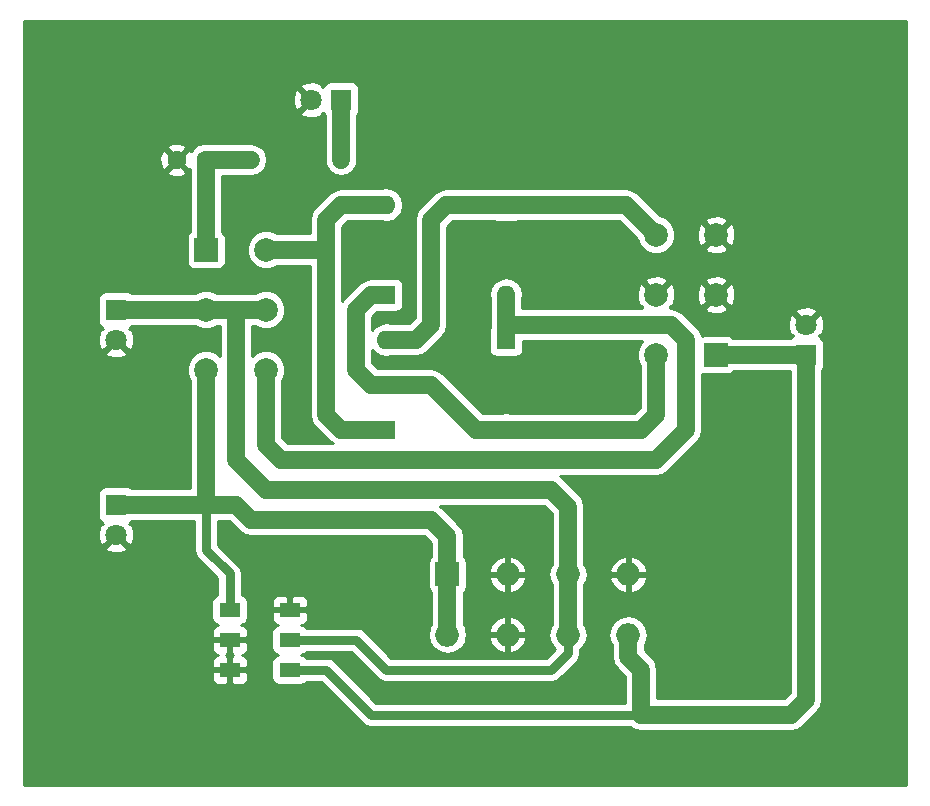
<source format=gbr>
G04 #@! TF.FileFunction,Copper,L2,Bot,Signal*
%FSLAX46Y46*%
G04 Gerber Fmt 4.6, Leading zero omitted, Abs format (unit mm)*
G04 Created by KiCad (PCBNEW 4.0.7) date 02/25/18 20:53:57*
%MOMM*%
%LPD*%
G01*
G04 APERTURE LIST*
%ADD10C,0.100000*%
%ADD11R,2.000000X2.000000*%
%ADD12O,2.000000X2.000000*%
%ADD13C,1.600000*%
%ADD14R,1.600000X1.600000*%
%ADD15O,1.600000X1.600000*%
%ADD16R,1.800000X1.800000*%
%ADD17C,1.800000*%
%ADD18C,1.400000*%
%ADD19O,1.400000X1.400000*%
%ADD20C,2.000000*%
%ADD21R,1.800000X1.270000*%
%ADD22C,1.500000*%
%ADD23C,0.800000*%
%ADD24C,0.254000*%
G04 APERTURE END LIST*
D10*
D11*
X136010000Y-77010000D03*
D12*
X141110000Y-77010000D03*
X146210000Y-77010000D03*
X151310000Y-77010000D03*
X136010000Y-82110000D03*
X141110000Y-82110000D03*
X146210000Y-82110000D03*
X151310000Y-82110000D03*
D13*
X115570000Y-41910000D03*
X113070000Y-41910000D03*
D14*
X130810000Y-53340000D03*
D15*
X130810000Y-45720000D03*
D14*
X140970000Y-57150000D03*
D15*
X140970000Y-64770000D03*
D14*
X130810000Y-64770000D03*
D15*
X130810000Y-57150000D03*
D14*
X140970000Y-45720000D03*
D15*
X140970000Y-53340000D03*
D16*
X107950000Y-54610000D03*
D17*
X107950000Y-57150000D03*
D16*
X107950000Y-71120000D03*
D17*
X107950000Y-73660000D03*
D16*
X127000000Y-36830000D03*
D17*
X124460000Y-36830000D03*
D16*
X166370000Y-58420000D03*
D17*
X166370000Y-55880000D03*
D18*
X127000000Y-41910000D03*
D19*
X119380000Y-41910000D03*
D11*
X115570000Y-49530000D03*
D20*
X120650000Y-49530000D03*
X115570000Y-54610000D03*
X120650000Y-59690000D03*
X120650000Y-54610000D03*
X115570000Y-59690000D03*
D11*
X158750000Y-58420000D03*
D20*
X153670000Y-58420000D03*
X158750000Y-53340000D03*
X153670000Y-48260000D03*
X153670000Y-53340000D03*
X158750000Y-48260000D03*
D21*
X117570000Y-80010000D03*
X117570000Y-82550000D03*
X117570000Y-85090000D03*
X122650000Y-85090000D03*
X122650000Y-82550000D03*
X122650000Y-80010000D03*
D22*
X115570000Y-41910000D02*
X115570000Y-49530000D01*
X119380000Y-41910000D02*
X115570000Y-41910000D01*
X130810000Y-53340000D02*
X129540000Y-53340000D01*
X138430000Y-64770000D02*
X140970000Y-64770000D01*
X134620000Y-60960000D02*
X138430000Y-64770000D01*
X129540000Y-60960000D02*
X134620000Y-60960000D01*
X128270000Y-59690000D02*
X129540000Y-60960000D01*
X128270000Y-54610000D02*
X128270000Y-59690000D01*
X129540000Y-53340000D02*
X128270000Y-54610000D01*
X153670000Y-58420000D02*
X153670000Y-63500000D01*
X152400000Y-64770000D02*
X140970000Y-64770000D01*
X153670000Y-63500000D02*
X152400000Y-64770000D01*
X125730000Y-49530000D02*
X120650000Y-49530000D01*
X130810000Y-45720000D02*
X127000000Y-45720000D01*
X127000000Y-64770000D02*
X130810000Y-64770000D01*
X125730000Y-63500000D02*
X127000000Y-64770000D01*
X125730000Y-46990000D02*
X125730000Y-49530000D01*
X125730000Y-49530000D02*
X125730000Y-63500000D01*
X127000000Y-45720000D02*
X125730000Y-46990000D01*
X140970000Y-55880000D02*
X154940000Y-55880000D01*
X120650000Y-66040000D02*
X120650000Y-59690000D01*
X121920000Y-67310000D02*
X120650000Y-66040000D01*
X153670000Y-67310000D02*
X121920000Y-67310000D01*
X156210000Y-64770000D02*
X153670000Y-67310000D01*
X156210000Y-57150000D02*
X156210000Y-64770000D01*
X154940000Y-55880000D02*
X156210000Y-57150000D01*
X140970000Y-53340000D02*
X140970000Y-55880000D01*
X140970000Y-55880000D02*
X140970000Y-57150000D01*
X140970000Y-45720000D02*
X135890000Y-45720000D01*
X133350000Y-57150000D02*
X130810000Y-57150000D01*
X134620000Y-55880000D02*
X133350000Y-57150000D01*
X134620000Y-46990000D02*
X134620000Y-55880000D01*
X135890000Y-45720000D02*
X134620000Y-46990000D01*
X140970000Y-45720000D02*
X146050000Y-45720000D01*
X146050000Y-45720000D02*
X151130000Y-45720000D01*
X151130000Y-45720000D02*
X153670000Y-48260000D01*
D23*
X122650000Y-82550000D02*
X128270000Y-82550000D01*
X146210000Y-83660000D02*
X146210000Y-82110000D01*
X144780000Y-85090000D02*
X146210000Y-83660000D01*
X130810000Y-85090000D02*
X144780000Y-85090000D01*
X128270000Y-82550000D02*
X130810000Y-85090000D01*
D22*
X118110000Y-54610000D02*
X118110000Y-67310000D01*
X146210000Y-71280000D02*
X146210000Y-77010000D01*
X144780000Y-69850000D02*
X146210000Y-71280000D01*
X120650000Y-69850000D02*
X144780000Y-69850000D01*
X118110000Y-67310000D02*
X120650000Y-69850000D01*
X146210000Y-77010000D02*
X146210000Y-82110000D01*
X115570000Y-54610000D02*
X118110000Y-54610000D01*
X118110000Y-54610000D02*
X120650000Y-54610000D01*
X107950000Y-54610000D02*
X115570000Y-54610000D01*
D23*
X117570000Y-80010000D02*
X117570000Y-76930000D01*
X115570000Y-74930000D02*
X115570000Y-71120000D01*
X117570000Y-76930000D02*
X115570000Y-74930000D01*
D22*
X115570000Y-59690000D02*
X115570000Y-71120000D01*
X134620000Y-72390000D02*
X119380000Y-72390000D01*
X134620000Y-72390000D02*
X136010000Y-73780000D01*
X136010000Y-77010000D02*
X136010000Y-73780000D01*
X118110000Y-71120000D02*
X115570000Y-71120000D01*
X115570000Y-71120000D02*
X107950000Y-71120000D01*
X119380000Y-72390000D02*
X118110000Y-71120000D01*
X136010000Y-77010000D02*
X136010000Y-82110000D01*
X127000000Y-36830000D02*
X127000000Y-41910000D01*
D23*
X122650000Y-85090000D02*
X125730000Y-85090000D01*
X129540000Y-88900000D02*
X152400000Y-88900000D01*
X125730000Y-85090000D02*
X129540000Y-88900000D01*
D22*
X158750000Y-58420000D02*
X166370000Y-58420000D01*
X151310000Y-82110000D02*
X151310000Y-84000000D01*
X166370000Y-87630000D02*
X166370000Y-58420000D01*
X165100000Y-88900000D02*
X166370000Y-87630000D01*
X152400000Y-88900000D02*
X165100000Y-88900000D01*
X152400000Y-85090000D02*
X152400000Y-88900000D01*
X151310000Y-84000000D02*
X152400000Y-85090000D01*
D24*
G36*
X174873000Y-94873000D02*
X100127000Y-94873000D01*
X100127000Y-85375750D01*
X116035000Y-85375750D01*
X116035000Y-85851309D01*
X116131673Y-86084698D01*
X116310301Y-86263327D01*
X116543690Y-86360000D01*
X117284250Y-86360000D01*
X117443000Y-86201250D01*
X117443000Y-85217000D01*
X117697000Y-85217000D01*
X117697000Y-86201250D01*
X117855750Y-86360000D01*
X118596310Y-86360000D01*
X118829699Y-86263327D01*
X119008327Y-86084698D01*
X119105000Y-85851309D01*
X119105000Y-85375750D01*
X118946250Y-85217000D01*
X117697000Y-85217000D01*
X117443000Y-85217000D01*
X116193750Y-85217000D01*
X116035000Y-85375750D01*
X100127000Y-85375750D01*
X100127000Y-82835750D01*
X116035000Y-82835750D01*
X116035000Y-83311309D01*
X116131673Y-83544698D01*
X116310301Y-83723327D01*
X116543690Y-83820000D01*
X116310301Y-83916673D01*
X116131673Y-84095302D01*
X116035000Y-84328691D01*
X116035000Y-84804250D01*
X116193750Y-84963000D01*
X117443000Y-84963000D01*
X117443000Y-83978750D01*
X117284250Y-83820000D01*
X117443000Y-83661250D01*
X117443000Y-82677000D01*
X117697000Y-82677000D01*
X117697000Y-83661250D01*
X117855750Y-83820000D01*
X117697000Y-83978750D01*
X117697000Y-84963000D01*
X118946250Y-84963000D01*
X119105000Y-84804250D01*
X119105000Y-84328691D01*
X119008327Y-84095302D01*
X118829699Y-83916673D01*
X118596310Y-83820000D01*
X118829699Y-83723327D01*
X119008327Y-83544698D01*
X119105000Y-83311309D01*
X119105000Y-82835750D01*
X118946250Y-82677000D01*
X117697000Y-82677000D01*
X117443000Y-82677000D01*
X116193750Y-82677000D01*
X116035000Y-82835750D01*
X100127000Y-82835750D01*
X100127000Y-74740159D01*
X107049446Y-74740159D01*
X107135852Y-74996643D01*
X107709336Y-75206458D01*
X108319460Y-75180839D01*
X108764148Y-74996643D01*
X108850554Y-74740159D01*
X107950000Y-73839605D01*
X107049446Y-74740159D01*
X100127000Y-74740159D01*
X100127000Y-58230159D01*
X107049446Y-58230159D01*
X107135852Y-58486643D01*
X107709336Y-58696458D01*
X108319460Y-58670839D01*
X108764148Y-58486643D01*
X108850554Y-58230159D01*
X107950000Y-57329605D01*
X107049446Y-58230159D01*
X100127000Y-58230159D01*
X100127000Y-53710000D01*
X106402560Y-53710000D01*
X106402560Y-55510000D01*
X106446838Y-55745317D01*
X106585910Y-55961441D01*
X106789574Y-56100598D01*
X106755282Y-56134890D01*
X106869839Y-56249447D01*
X106613357Y-56335852D01*
X106403542Y-56909336D01*
X106429161Y-57519460D01*
X106613357Y-57964148D01*
X106869841Y-58050554D01*
X107770395Y-57150000D01*
X107756253Y-57135858D01*
X107935858Y-56956253D01*
X107950000Y-56970395D01*
X107964143Y-56956253D01*
X108143748Y-57135858D01*
X108129605Y-57150000D01*
X109030159Y-58050554D01*
X109286643Y-57964148D01*
X109496458Y-57390664D01*
X109470839Y-56780540D01*
X109286643Y-56335852D01*
X109030161Y-56249447D01*
X109144718Y-56134890D01*
X109108240Y-56098412D01*
X109268946Y-55995000D01*
X114642359Y-55995000D01*
X114642637Y-55995278D01*
X115243352Y-56244716D01*
X115893795Y-56245284D01*
X116494943Y-55996894D01*
X116496840Y-55995000D01*
X116725000Y-55995000D01*
X116725000Y-58532757D01*
X116497363Y-58304722D01*
X115896648Y-58055284D01*
X115246205Y-58054716D01*
X114645057Y-58303106D01*
X114184722Y-58762637D01*
X113935284Y-59363352D01*
X113934716Y-60013795D01*
X114183106Y-60614943D01*
X114185000Y-60616840D01*
X114185000Y-69735000D01*
X109264975Y-69735000D01*
X109101890Y-69623569D01*
X108850000Y-69572560D01*
X107050000Y-69572560D01*
X106814683Y-69616838D01*
X106598559Y-69755910D01*
X106453569Y-69968110D01*
X106402560Y-70220000D01*
X106402560Y-72020000D01*
X106446838Y-72255317D01*
X106585910Y-72471441D01*
X106789574Y-72610598D01*
X106755282Y-72644890D01*
X106869839Y-72759447D01*
X106613357Y-72845852D01*
X106403542Y-73419336D01*
X106429161Y-74029460D01*
X106613357Y-74474148D01*
X106869841Y-74560554D01*
X107770395Y-73660000D01*
X107756253Y-73645858D01*
X107935858Y-73466253D01*
X107950000Y-73480395D01*
X107964143Y-73466253D01*
X108143748Y-73645858D01*
X108129605Y-73660000D01*
X109030159Y-74560554D01*
X109286643Y-74474148D01*
X109496458Y-73900664D01*
X109470839Y-73290540D01*
X109286643Y-72845852D01*
X109030161Y-72759447D01*
X109144718Y-72644890D01*
X109108240Y-72608412D01*
X109268946Y-72505000D01*
X114535000Y-72505000D01*
X114535000Y-74929995D01*
X114534999Y-74930000D01*
X114613785Y-75326077D01*
X114838144Y-75661856D01*
X116535000Y-77358711D01*
X116535000Y-78752962D01*
X116434683Y-78771838D01*
X116218559Y-78910910D01*
X116073569Y-79123110D01*
X116022560Y-79375000D01*
X116022560Y-80645000D01*
X116066838Y-80880317D01*
X116205910Y-81096441D01*
X116418110Y-81241431D01*
X116608569Y-81280000D01*
X116543690Y-81280000D01*
X116310301Y-81376673D01*
X116131673Y-81555302D01*
X116035000Y-81788691D01*
X116035000Y-82264250D01*
X116193750Y-82423000D01*
X117443000Y-82423000D01*
X117443000Y-82403000D01*
X117697000Y-82403000D01*
X117697000Y-82423000D01*
X118946250Y-82423000D01*
X119105000Y-82264250D01*
X119105000Y-81788691D01*
X119008327Y-81555302D01*
X118829699Y-81376673D01*
X118596310Y-81280000D01*
X118536113Y-81280000D01*
X118705317Y-81248162D01*
X118921441Y-81109090D01*
X119066431Y-80896890D01*
X119117440Y-80645000D01*
X119117440Y-79375000D01*
X119093674Y-79248691D01*
X121115000Y-79248691D01*
X121115000Y-79724250D01*
X121273750Y-79883000D01*
X122523000Y-79883000D01*
X122523000Y-78898750D01*
X122777000Y-78898750D01*
X122777000Y-79883000D01*
X124026250Y-79883000D01*
X124185000Y-79724250D01*
X124185000Y-79248691D01*
X124088327Y-79015302D01*
X123909699Y-78836673D01*
X123676310Y-78740000D01*
X122935750Y-78740000D01*
X122777000Y-78898750D01*
X122523000Y-78898750D01*
X122364250Y-78740000D01*
X121623690Y-78740000D01*
X121390301Y-78836673D01*
X121211673Y-79015302D01*
X121115000Y-79248691D01*
X119093674Y-79248691D01*
X119073162Y-79139683D01*
X118934090Y-78923559D01*
X118721890Y-78778569D01*
X118605000Y-78754898D01*
X118605000Y-76930005D01*
X118605001Y-76930000D01*
X118526215Y-76533923D01*
X118426249Y-76384313D01*
X118301856Y-76198144D01*
X118301853Y-76198142D01*
X116605000Y-74501288D01*
X116605000Y-72505000D01*
X117536314Y-72505000D01*
X118400657Y-73369343D01*
X118849983Y-73669573D01*
X119380000Y-73775000D01*
X134046314Y-73775000D01*
X134625000Y-74353686D01*
X134625000Y-75503156D01*
X134558559Y-75545910D01*
X134413569Y-75758110D01*
X134362560Y-76010000D01*
X134362560Y-78010000D01*
X134406838Y-78245317D01*
X134545910Y-78461441D01*
X134625000Y-78515481D01*
X134625000Y-81248485D01*
X134467425Y-81484313D01*
X134342968Y-82110000D01*
X134467425Y-82735687D01*
X134821848Y-83266120D01*
X135352281Y-83620543D01*
X135977968Y-83745000D01*
X136042032Y-83745000D01*
X136667719Y-83620543D01*
X137198152Y-83266120D01*
X137552575Y-82735687D01*
X137601358Y-82490434D01*
X139519876Y-82490434D01*
X139716598Y-82965385D01*
X140150006Y-83433505D01*
X140729565Y-83700133D01*
X140983000Y-83581319D01*
X140983000Y-82237000D01*
X141237000Y-82237000D01*
X141237000Y-83581319D01*
X141490435Y-83700133D01*
X142069994Y-83433505D01*
X142503402Y-82965385D01*
X142700124Y-82490434D01*
X142580777Y-82237000D01*
X141237000Y-82237000D01*
X140983000Y-82237000D01*
X139639223Y-82237000D01*
X139519876Y-82490434D01*
X137601358Y-82490434D01*
X137677032Y-82110000D01*
X137601359Y-81729566D01*
X139519876Y-81729566D01*
X139639223Y-81983000D01*
X140983000Y-81983000D01*
X140983000Y-80638681D01*
X141237000Y-80638681D01*
X141237000Y-81983000D01*
X142580777Y-81983000D01*
X142700124Y-81729566D01*
X142503402Y-81254615D01*
X142069994Y-80786495D01*
X141490435Y-80519867D01*
X141237000Y-80638681D01*
X140983000Y-80638681D01*
X140729565Y-80519867D01*
X140150006Y-80786495D01*
X139716598Y-81254615D01*
X139519876Y-81729566D01*
X137601359Y-81729566D01*
X137552575Y-81484313D01*
X137395000Y-81248485D01*
X137395000Y-78516844D01*
X137461441Y-78474090D01*
X137606431Y-78261890D01*
X137657440Y-78010000D01*
X137657440Y-77390434D01*
X139519876Y-77390434D01*
X139716598Y-77865385D01*
X140150006Y-78333505D01*
X140729565Y-78600133D01*
X140983000Y-78481319D01*
X140983000Y-77137000D01*
X141237000Y-77137000D01*
X141237000Y-78481319D01*
X141490435Y-78600133D01*
X142069994Y-78333505D01*
X142503402Y-77865385D01*
X142700124Y-77390434D01*
X142580777Y-77137000D01*
X141237000Y-77137000D01*
X140983000Y-77137000D01*
X139639223Y-77137000D01*
X139519876Y-77390434D01*
X137657440Y-77390434D01*
X137657440Y-76629566D01*
X139519876Y-76629566D01*
X139639223Y-76883000D01*
X140983000Y-76883000D01*
X140983000Y-75538681D01*
X141237000Y-75538681D01*
X141237000Y-76883000D01*
X142580777Y-76883000D01*
X142700124Y-76629566D01*
X142503402Y-76154615D01*
X142069994Y-75686495D01*
X141490435Y-75419867D01*
X141237000Y-75538681D01*
X140983000Y-75538681D01*
X140729565Y-75419867D01*
X140150006Y-75686495D01*
X139716598Y-76154615D01*
X139519876Y-76629566D01*
X137657440Y-76629566D01*
X137657440Y-76010000D01*
X137613162Y-75774683D01*
X137474090Y-75558559D01*
X137395000Y-75504519D01*
X137395000Y-73780000D01*
X137289573Y-73249983D01*
X136989343Y-72800657D01*
X135599343Y-71410657D01*
X135403801Y-71280000D01*
X135336454Y-71235000D01*
X144206314Y-71235000D01*
X144825000Y-71853686D01*
X144825000Y-76148485D01*
X144667425Y-76384313D01*
X144542968Y-77010000D01*
X144667425Y-77635687D01*
X144825000Y-77871515D01*
X144825000Y-81248485D01*
X144667425Y-81484313D01*
X144542968Y-82110000D01*
X144667425Y-82735687D01*
X145021848Y-83266120D01*
X145092776Y-83313513D01*
X144351288Y-84055000D01*
X131238711Y-84055000D01*
X129001856Y-81818144D01*
X128666077Y-81593785D01*
X128270000Y-81514999D01*
X128269995Y-81515000D01*
X124047191Y-81515000D01*
X124014090Y-81463559D01*
X123801890Y-81318569D01*
X123611431Y-81280000D01*
X123676310Y-81280000D01*
X123909699Y-81183327D01*
X124088327Y-81004698D01*
X124185000Y-80771309D01*
X124185000Y-80295750D01*
X124026250Y-80137000D01*
X122777000Y-80137000D01*
X122777000Y-80157000D01*
X122523000Y-80157000D01*
X122523000Y-80137000D01*
X121273750Y-80137000D01*
X121115000Y-80295750D01*
X121115000Y-80771309D01*
X121211673Y-81004698D01*
X121390301Y-81183327D01*
X121623690Y-81280000D01*
X121683887Y-81280000D01*
X121514683Y-81311838D01*
X121298559Y-81450910D01*
X121153569Y-81663110D01*
X121102560Y-81915000D01*
X121102560Y-83185000D01*
X121146838Y-83420317D01*
X121285910Y-83636441D01*
X121498110Y-83781431D01*
X121686314Y-83819543D01*
X121514683Y-83851838D01*
X121298559Y-83990910D01*
X121153569Y-84203110D01*
X121102560Y-84455000D01*
X121102560Y-85725000D01*
X121146838Y-85960317D01*
X121285910Y-86176441D01*
X121498110Y-86321431D01*
X121750000Y-86372440D01*
X123550000Y-86372440D01*
X123785317Y-86328162D01*
X124001441Y-86189090D01*
X124045232Y-86125000D01*
X125301288Y-86125000D01*
X128808142Y-89631853D01*
X128808144Y-89631856D01*
X129143923Y-89856215D01*
X129540000Y-89935001D01*
X129540005Y-89935000D01*
X151503954Y-89935000D01*
X151869983Y-90179573D01*
X152400000Y-90285000D01*
X165100000Y-90285000D01*
X165630017Y-90179573D01*
X166079343Y-89879343D01*
X167349343Y-88609343D01*
X167419782Y-88503923D01*
X167649573Y-88160017D01*
X167755000Y-87630000D01*
X167755000Y-59734975D01*
X167866431Y-59571890D01*
X167917440Y-59320000D01*
X167917440Y-57520000D01*
X167873162Y-57284683D01*
X167734090Y-57068559D01*
X167530426Y-56929402D01*
X167564718Y-56895110D01*
X167450161Y-56780553D01*
X167706643Y-56694148D01*
X167916458Y-56120664D01*
X167890839Y-55510540D01*
X167706643Y-55065852D01*
X167450159Y-54979446D01*
X166549605Y-55880000D01*
X166563748Y-55894143D01*
X166384143Y-56073748D01*
X166370000Y-56059605D01*
X166355858Y-56073748D01*
X166176253Y-55894143D01*
X166190395Y-55880000D01*
X165289841Y-54979446D01*
X165033357Y-55065852D01*
X164823542Y-55639336D01*
X164849161Y-56249460D01*
X165033357Y-56694148D01*
X165289839Y-56780553D01*
X165175282Y-56895110D01*
X165211760Y-56931588D01*
X165051054Y-57035000D01*
X160256844Y-57035000D01*
X160214090Y-56968559D01*
X160001890Y-56823569D01*
X159750000Y-56772560D01*
X157750000Y-56772560D01*
X157528223Y-56814290D01*
X157489573Y-56619983D01*
X157189343Y-56170657D01*
X155919343Y-54900657D01*
X155768461Y-54799841D01*
X155470017Y-54600427D01*
X154940000Y-54495000D01*
X154869020Y-54495000D01*
X154871488Y-54492532D01*
X157777073Y-54492532D01*
X157875736Y-54759387D01*
X158485461Y-54985908D01*
X159135460Y-54961856D01*
X159526599Y-54799841D01*
X165469446Y-54799841D01*
X166370000Y-55700395D01*
X167270554Y-54799841D01*
X167184148Y-54543357D01*
X166610664Y-54333542D01*
X166000540Y-54359161D01*
X165555852Y-54543357D01*
X165469446Y-54799841D01*
X159526599Y-54799841D01*
X159624264Y-54759387D01*
X159722927Y-54492532D01*
X158750000Y-53519605D01*
X157777073Y-54492532D01*
X154871488Y-54492532D01*
X154936814Y-54427206D01*
X154822534Y-54312926D01*
X155089387Y-54214264D01*
X155315908Y-53604539D01*
X155296331Y-53075461D01*
X157104092Y-53075461D01*
X157128144Y-53725460D01*
X157330613Y-54214264D01*
X157597468Y-54312927D01*
X158570395Y-53340000D01*
X158929605Y-53340000D01*
X159902532Y-54312927D01*
X160169387Y-54214264D01*
X160395908Y-53604539D01*
X160371856Y-52954540D01*
X160169387Y-52465736D01*
X159902532Y-52367073D01*
X158929605Y-53340000D01*
X158570395Y-53340000D01*
X157597468Y-52367073D01*
X157330613Y-52465736D01*
X157104092Y-53075461D01*
X155296331Y-53075461D01*
X155291856Y-52954540D01*
X155089387Y-52465736D01*
X154822532Y-52367073D01*
X153849605Y-53340000D01*
X153863748Y-53354143D01*
X153684143Y-53533748D01*
X153670000Y-53519605D01*
X153655858Y-53533748D01*
X153476253Y-53354143D01*
X153490395Y-53340000D01*
X152517468Y-52367073D01*
X152250613Y-52465736D01*
X152024092Y-53075461D01*
X152048144Y-53725460D01*
X152250613Y-54214264D01*
X152517466Y-54312926D01*
X152403186Y-54427206D01*
X152470980Y-54495000D01*
X142355000Y-54495000D01*
X142355000Y-53619480D01*
X142405000Y-53368113D01*
X142405000Y-53311887D01*
X142295767Y-52762736D01*
X141984698Y-52297189D01*
X141820490Y-52187468D01*
X152697073Y-52187468D01*
X153670000Y-53160395D01*
X154642927Y-52187468D01*
X157777073Y-52187468D01*
X158750000Y-53160395D01*
X159722927Y-52187468D01*
X159624264Y-51920613D01*
X159014539Y-51694092D01*
X158364540Y-51718144D01*
X157875736Y-51920613D01*
X157777073Y-52187468D01*
X154642927Y-52187468D01*
X154544264Y-51920613D01*
X153934539Y-51694092D01*
X153284540Y-51718144D01*
X152795736Y-51920613D01*
X152697073Y-52187468D01*
X141820490Y-52187468D01*
X141519151Y-51986120D01*
X140970000Y-51876887D01*
X140420849Y-51986120D01*
X139955302Y-52297189D01*
X139644233Y-52762736D01*
X139535000Y-53311887D01*
X139535000Y-53368113D01*
X139585000Y-53619480D01*
X139585000Y-56081380D01*
X139573569Y-56098110D01*
X139522560Y-56350000D01*
X139522560Y-57950000D01*
X139566838Y-58185317D01*
X139705910Y-58401441D01*
X139918110Y-58546431D01*
X140170000Y-58597440D01*
X141770000Y-58597440D01*
X142005317Y-58553162D01*
X142221441Y-58414090D01*
X142366431Y-58201890D01*
X142417440Y-57950000D01*
X142417440Y-57265000D01*
X152512757Y-57265000D01*
X152284722Y-57492637D01*
X152035284Y-58093352D01*
X152034716Y-58743795D01*
X152283106Y-59344943D01*
X152285000Y-59346840D01*
X152285000Y-62926314D01*
X151826314Y-63385000D01*
X141362700Y-63385000D01*
X140970000Y-63306887D01*
X140577300Y-63385000D01*
X139003686Y-63385000D01*
X135599343Y-59980657D01*
X135579562Y-59967440D01*
X135150017Y-59680427D01*
X134620000Y-59575000D01*
X130113686Y-59575000D01*
X129655000Y-59116314D01*
X129655000Y-57982835D01*
X129795302Y-58192811D01*
X130260849Y-58503880D01*
X130810000Y-58613113D01*
X131202700Y-58535000D01*
X133350000Y-58535000D01*
X133880017Y-58429573D01*
X134329343Y-58129343D01*
X135599343Y-56859343D01*
X135651997Y-56780540D01*
X135899573Y-56410017D01*
X136005000Y-55880000D01*
X136005000Y-47563686D01*
X136463686Y-47105000D01*
X139901380Y-47105000D01*
X139918110Y-47116431D01*
X140170000Y-47167440D01*
X141770000Y-47167440D01*
X142005317Y-47123162D01*
X142033542Y-47105000D01*
X150556314Y-47105000D01*
X152034716Y-48583402D01*
X152034716Y-48583795D01*
X152283106Y-49184943D01*
X152742637Y-49645278D01*
X153343352Y-49894716D01*
X153993795Y-49895284D01*
X154594943Y-49646894D01*
X154829715Y-49412532D01*
X157777073Y-49412532D01*
X157875736Y-49679387D01*
X158485461Y-49905908D01*
X159135460Y-49881856D01*
X159624264Y-49679387D01*
X159722927Y-49412532D01*
X158750000Y-48439605D01*
X157777073Y-49412532D01*
X154829715Y-49412532D01*
X155055278Y-49187363D01*
X155304716Y-48586648D01*
X155305232Y-47995461D01*
X157104092Y-47995461D01*
X157128144Y-48645460D01*
X157330613Y-49134264D01*
X157597468Y-49232927D01*
X158570395Y-48260000D01*
X158929605Y-48260000D01*
X159902532Y-49232927D01*
X160169387Y-49134264D01*
X160395908Y-48524539D01*
X160371856Y-47874540D01*
X160169387Y-47385736D01*
X159902532Y-47287073D01*
X158929605Y-48260000D01*
X158570395Y-48260000D01*
X157597468Y-47287073D01*
X157330613Y-47385736D01*
X157104092Y-47995461D01*
X155305232Y-47995461D01*
X155305284Y-47936205D01*
X155056894Y-47335057D01*
X154829703Y-47107468D01*
X157777073Y-47107468D01*
X158750000Y-48080395D01*
X159722927Y-47107468D01*
X159624264Y-46840613D01*
X159014539Y-46614092D01*
X158364540Y-46638144D01*
X157875736Y-46840613D01*
X157777073Y-47107468D01*
X154829703Y-47107468D01*
X154597363Y-46874722D01*
X153996648Y-46625284D01*
X153993968Y-46625282D01*
X152109343Y-44740657D01*
X152014356Y-44677189D01*
X151660017Y-44440427D01*
X151130000Y-44335000D01*
X142038620Y-44335000D01*
X142021890Y-44323569D01*
X141770000Y-44272560D01*
X140170000Y-44272560D01*
X139934683Y-44316838D01*
X139906458Y-44335000D01*
X135890000Y-44335000D01*
X135359983Y-44440427D01*
X135005644Y-44677189D01*
X134910657Y-44740657D01*
X133640657Y-46010657D01*
X133340427Y-46459983D01*
X133235000Y-46990000D01*
X133235000Y-55306314D01*
X132776314Y-55765000D01*
X131202700Y-55765000D01*
X130810000Y-55686887D01*
X130260849Y-55796120D01*
X129795302Y-56107189D01*
X129655000Y-56317165D01*
X129655000Y-55183686D01*
X130051246Y-54787440D01*
X131610000Y-54787440D01*
X131845317Y-54743162D01*
X132061441Y-54604090D01*
X132206431Y-54391890D01*
X132257440Y-54140000D01*
X132257440Y-52540000D01*
X132213162Y-52304683D01*
X132074090Y-52088559D01*
X131861890Y-51943569D01*
X131610000Y-51892560D01*
X130010000Y-51892560D01*
X129774683Y-51936838D01*
X129746458Y-51955000D01*
X129540000Y-51955000D01*
X129009983Y-52060427D01*
X128655644Y-52297189D01*
X128560657Y-52360657D01*
X127290657Y-53630657D01*
X127115000Y-53893546D01*
X127115000Y-47563686D01*
X127573686Y-47105000D01*
X130417300Y-47105000D01*
X130810000Y-47183113D01*
X131359151Y-47073880D01*
X131824698Y-46762811D01*
X132135767Y-46297264D01*
X132245000Y-45748113D01*
X132245000Y-45691887D01*
X132135767Y-45142736D01*
X131824698Y-44677189D01*
X131359151Y-44366120D01*
X130810000Y-44256887D01*
X130417300Y-44335000D01*
X127000000Y-44335000D01*
X126469983Y-44440427D01*
X126115644Y-44677189D01*
X126020657Y-44740657D01*
X124750657Y-46010657D01*
X124450427Y-46459983D01*
X124345000Y-46990000D01*
X124345000Y-48145000D01*
X121577641Y-48145000D01*
X121577363Y-48144722D01*
X120976648Y-47895284D01*
X120326205Y-47894716D01*
X119725057Y-48143106D01*
X119264722Y-48602637D01*
X119015284Y-49203352D01*
X119014716Y-49853795D01*
X119263106Y-50454943D01*
X119722637Y-50915278D01*
X120323352Y-51164716D01*
X120973795Y-51165284D01*
X121574943Y-50916894D01*
X121576840Y-50915000D01*
X124345000Y-50915000D01*
X124345000Y-63500000D01*
X124450427Y-64030017D01*
X124750657Y-64479343D01*
X126020657Y-65749343D01*
X126283546Y-65925000D01*
X122493686Y-65925000D01*
X122035000Y-65466314D01*
X122035000Y-60617641D01*
X122035278Y-60617363D01*
X122284716Y-60016648D01*
X122285284Y-59366205D01*
X122036894Y-58765057D01*
X121577363Y-58304722D01*
X120976648Y-58055284D01*
X120326205Y-58054716D01*
X119725057Y-58303106D01*
X119495000Y-58532761D01*
X119495000Y-55995000D01*
X119722359Y-55995000D01*
X119722637Y-55995278D01*
X120323352Y-56244716D01*
X120973795Y-56245284D01*
X121574943Y-55996894D01*
X122035278Y-55537363D01*
X122284716Y-54936648D01*
X122285284Y-54286205D01*
X122036894Y-53685057D01*
X121577363Y-53224722D01*
X120976648Y-52975284D01*
X120326205Y-52974716D01*
X119725057Y-53223106D01*
X119723160Y-53225000D01*
X116497641Y-53225000D01*
X116497363Y-53224722D01*
X115896648Y-52975284D01*
X115246205Y-52974716D01*
X114645057Y-53223106D01*
X114643160Y-53225000D01*
X109264975Y-53225000D01*
X109101890Y-53113569D01*
X108850000Y-53062560D01*
X107050000Y-53062560D01*
X106814683Y-53106838D01*
X106598559Y-53245910D01*
X106453569Y-53458110D01*
X106402560Y-53710000D01*
X100127000Y-53710000D01*
X100127000Y-42917745D01*
X112241861Y-42917745D01*
X112315995Y-43163864D01*
X112853223Y-43356965D01*
X113423454Y-43329778D01*
X113824005Y-43163864D01*
X113898139Y-42917745D01*
X113070000Y-42089605D01*
X112241861Y-42917745D01*
X100127000Y-42917745D01*
X100127000Y-41693223D01*
X111623035Y-41693223D01*
X111650222Y-42263454D01*
X111816136Y-42664005D01*
X112062255Y-42738139D01*
X112890395Y-41910000D01*
X113249605Y-41910000D01*
X114077745Y-42738139D01*
X114185000Y-42705833D01*
X114185000Y-48023156D01*
X114118559Y-48065910D01*
X113973569Y-48278110D01*
X113922560Y-48530000D01*
X113922560Y-50530000D01*
X113966838Y-50765317D01*
X114105910Y-50981441D01*
X114318110Y-51126431D01*
X114570000Y-51177440D01*
X116570000Y-51177440D01*
X116805317Y-51133162D01*
X117021441Y-50994090D01*
X117166431Y-50781890D01*
X117217440Y-50530000D01*
X117217440Y-48530000D01*
X117173162Y-48294683D01*
X117034090Y-48078559D01*
X116955000Y-48024519D01*
X116955000Y-43295000D01*
X119380000Y-43295000D01*
X119910017Y-43189573D01*
X120359343Y-42889343D01*
X120659573Y-42440017D01*
X120765000Y-41910000D01*
X120659573Y-41379983D01*
X120359343Y-40930657D01*
X119910017Y-40630427D01*
X119380000Y-40525000D01*
X115976502Y-40525000D01*
X115856691Y-40475250D01*
X115285813Y-40474752D01*
X114758200Y-40692757D01*
X114354176Y-41096077D01*
X114326577Y-41162544D01*
X114323864Y-41155995D01*
X114077745Y-41081861D01*
X113249605Y-41910000D01*
X112890395Y-41910000D01*
X112062255Y-41081861D01*
X111816136Y-41155995D01*
X111623035Y-41693223D01*
X100127000Y-41693223D01*
X100127000Y-40902255D01*
X112241861Y-40902255D01*
X113070000Y-41730395D01*
X113898139Y-40902255D01*
X113824005Y-40656136D01*
X113286777Y-40463035D01*
X112716546Y-40490222D01*
X112315995Y-40656136D01*
X112241861Y-40902255D01*
X100127000Y-40902255D01*
X100127000Y-36589336D01*
X122913542Y-36589336D01*
X122939161Y-37199460D01*
X123123357Y-37644148D01*
X123379841Y-37730554D01*
X124280395Y-36830000D01*
X123379841Y-35929446D01*
X123123357Y-36015852D01*
X122913542Y-36589336D01*
X100127000Y-36589336D01*
X100127000Y-35749841D01*
X123559446Y-35749841D01*
X124460000Y-36650395D01*
X124474143Y-36636253D01*
X124653748Y-36815858D01*
X124639605Y-36830000D01*
X124653748Y-36844143D01*
X124474143Y-37023748D01*
X124460000Y-37009605D01*
X123559446Y-37910159D01*
X123645852Y-38166643D01*
X124219336Y-38376458D01*
X124829460Y-38350839D01*
X125274148Y-38166643D01*
X125360553Y-37910161D01*
X125475110Y-38024718D01*
X125511588Y-37988240D01*
X125615000Y-38148946D01*
X125615000Y-41910000D01*
X125664781Y-42160267D01*
X125664769Y-42174383D01*
X125670207Y-42187544D01*
X125720427Y-42440017D01*
X125862191Y-42652182D01*
X125867582Y-42665229D01*
X125877643Y-42675308D01*
X126020657Y-42889343D01*
X126232824Y-43031108D01*
X126242796Y-43041098D01*
X126255947Y-43046559D01*
X126469983Y-43189573D01*
X126720249Y-43239354D01*
X126733287Y-43244768D01*
X126747529Y-43244780D01*
X127000000Y-43295000D01*
X127250267Y-43245219D01*
X127264383Y-43245231D01*
X127277544Y-43239793D01*
X127530017Y-43189573D01*
X127742182Y-43047809D01*
X127755229Y-43042418D01*
X127765308Y-43032357D01*
X127979343Y-42889343D01*
X128121108Y-42677176D01*
X128131098Y-42667204D01*
X128136559Y-42654053D01*
X128279573Y-42440017D01*
X128329354Y-42189751D01*
X128334768Y-42176713D01*
X128334780Y-42162471D01*
X128385000Y-41910000D01*
X128385000Y-38144975D01*
X128496431Y-37981890D01*
X128547440Y-37730000D01*
X128547440Y-35930000D01*
X128503162Y-35694683D01*
X128364090Y-35478559D01*
X128151890Y-35333569D01*
X127900000Y-35282560D01*
X126100000Y-35282560D01*
X125864683Y-35326838D01*
X125648559Y-35465910D01*
X125509402Y-35669574D01*
X125475110Y-35635282D01*
X125360553Y-35749839D01*
X125274148Y-35493357D01*
X124700664Y-35283542D01*
X124090540Y-35309161D01*
X123645852Y-35493357D01*
X123559446Y-35749841D01*
X100127000Y-35749841D01*
X100127000Y-30127000D01*
X174873000Y-30127000D01*
X174873000Y-94873000D01*
X174873000Y-94873000D01*
G37*
X174873000Y-94873000D02*
X100127000Y-94873000D01*
X100127000Y-85375750D01*
X116035000Y-85375750D01*
X116035000Y-85851309D01*
X116131673Y-86084698D01*
X116310301Y-86263327D01*
X116543690Y-86360000D01*
X117284250Y-86360000D01*
X117443000Y-86201250D01*
X117443000Y-85217000D01*
X117697000Y-85217000D01*
X117697000Y-86201250D01*
X117855750Y-86360000D01*
X118596310Y-86360000D01*
X118829699Y-86263327D01*
X119008327Y-86084698D01*
X119105000Y-85851309D01*
X119105000Y-85375750D01*
X118946250Y-85217000D01*
X117697000Y-85217000D01*
X117443000Y-85217000D01*
X116193750Y-85217000D01*
X116035000Y-85375750D01*
X100127000Y-85375750D01*
X100127000Y-82835750D01*
X116035000Y-82835750D01*
X116035000Y-83311309D01*
X116131673Y-83544698D01*
X116310301Y-83723327D01*
X116543690Y-83820000D01*
X116310301Y-83916673D01*
X116131673Y-84095302D01*
X116035000Y-84328691D01*
X116035000Y-84804250D01*
X116193750Y-84963000D01*
X117443000Y-84963000D01*
X117443000Y-83978750D01*
X117284250Y-83820000D01*
X117443000Y-83661250D01*
X117443000Y-82677000D01*
X117697000Y-82677000D01*
X117697000Y-83661250D01*
X117855750Y-83820000D01*
X117697000Y-83978750D01*
X117697000Y-84963000D01*
X118946250Y-84963000D01*
X119105000Y-84804250D01*
X119105000Y-84328691D01*
X119008327Y-84095302D01*
X118829699Y-83916673D01*
X118596310Y-83820000D01*
X118829699Y-83723327D01*
X119008327Y-83544698D01*
X119105000Y-83311309D01*
X119105000Y-82835750D01*
X118946250Y-82677000D01*
X117697000Y-82677000D01*
X117443000Y-82677000D01*
X116193750Y-82677000D01*
X116035000Y-82835750D01*
X100127000Y-82835750D01*
X100127000Y-74740159D01*
X107049446Y-74740159D01*
X107135852Y-74996643D01*
X107709336Y-75206458D01*
X108319460Y-75180839D01*
X108764148Y-74996643D01*
X108850554Y-74740159D01*
X107950000Y-73839605D01*
X107049446Y-74740159D01*
X100127000Y-74740159D01*
X100127000Y-58230159D01*
X107049446Y-58230159D01*
X107135852Y-58486643D01*
X107709336Y-58696458D01*
X108319460Y-58670839D01*
X108764148Y-58486643D01*
X108850554Y-58230159D01*
X107950000Y-57329605D01*
X107049446Y-58230159D01*
X100127000Y-58230159D01*
X100127000Y-53710000D01*
X106402560Y-53710000D01*
X106402560Y-55510000D01*
X106446838Y-55745317D01*
X106585910Y-55961441D01*
X106789574Y-56100598D01*
X106755282Y-56134890D01*
X106869839Y-56249447D01*
X106613357Y-56335852D01*
X106403542Y-56909336D01*
X106429161Y-57519460D01*
X106613357Y-57964148D01*
X106869841Y-58050554D01*
X107770395Y-57150000D01*
X107756253Y-57135858D01*
X107935858Y-56956253D01*
X107950000Y-56970395D01*
X107964143Y-56956253D01*
X108143748Y-57135858D01*
X108129605Y-57150000D01*
X109030159Y-58050554D01*
X109286643Y-57964148D01*
X109496458Y-57390664D01*
X109470839Y-56780540D01*
X109286643Y-56335852D01*
X109030161Y-56249447D01*
X109144718Y-56134890D01*
X109108240Y-56098412D01*
X109268946Y-55995000D01*
X114642359Y-55995000D01*
X114642637Y-55995278D01*
X115243352Y-56244716D01*
X115893795Y-56245284D01*
X116494943Y-55996894D01*
X116496840Y-55995000D01*
X116725000Y-55995000D01*
X116725000Y-58532757D01*
X116497363Y-58304722D01*
X115896648Y-58055284D01*
X115246205Y-58054716D01*
X114645057Y-58303106D01*
X114184722Y-58762637D01*
X113935284Y-59363352D01*
X113934716Y-60013795D01*
X114183106Y-60614943D01*
X114185000Y-60616840D01*
X114185000Y-69735000D01*
X109264975Y-69735000D01*
X109101890Y-69623569D01*
X108850000Y-69572560D01*
X107050000Y-69572560D01*
X106814683Y-69616838D01*
X106598559Y-69755910D01*
X106453569Y-69968110D01*
X106402560Y-70220000D01*
X106402560Y-72020000D01*
X106446838Y-72255317D01*
X106585910Y-72471441D01*
X106789574Y-72610598D01*
X106755282Y-72644890D01*
X106869839Y-72759447D01*
X106613357Y-72845852D01*
X106403542Y-73419336D01*
X106429161Y-74029460D01*
X106613357Y-74474148D01*
X106869841Y-74560554D01*
X107770395Y-73660000D01*
X107756253Y-73645858D01*
X107935858Y-73466253D01*
X107950000Y-73480395D01*
X107964143Y-73466253D01*
X108143748Y-73645858D01*
X108129605Y-73660000D01*
X109030159Y-74560554D01*
X109286643Y-74474148D01*
X109496458Y-73900664D01*
X109470839Y-73290540D01*
X109286643Y-72845852D01*
X109030161Y-72759447D01*
X109144718Y-72644890D01*
X109108240Y-72608412D01*
X109268946Y-72505000D01*
X114535000Y-72505000D01*
X114535000Y-74929995D01*
X114534999Y-74930000D01*
X114613785Y-75326077D01*
X114838144Y-75661856D01*
X116535000Y-77358711D01*
X116535000Y-78752962D01*
X116434683Y-78771838D01*
X116218559Y-78910910D01*
X116073569Y-79123110D01*
X116022560Y-79375000D01*
X116022560Y-80645000D01*
X116066838Y-80880317D01*
X116205910Y-81096441D01*
X116418110Y-81241431D01*
X116608569Y-81280000D01*
X116543690Y-81280000D01*
X116310301Y-81376673D01*
X116131673Y-81555302D01*
X116035000Y-81788691D01*
X116035000Y-82264250D01*
X116193750Y-82423000D01*
X117443000Y-82423000D01*
X117443000Y-82403000D01*
X117697000Y-82403000D01*
X117697000Y-82423000D01*
X118946250Y-82423000D01*
X119105000Y-82264250D01*
X119105000Y-81788691D01*
X119008327Y-81555302D01*
X118829699Y-81376673D01*
X118596310Y-81280000D01*
X118536113Y-81280000D01*
X118705317Y-81248162D01*
X118921441Y-81109090D01*
X119066431Y-80896890D01*
X119117440Y-80645000D01*
X119117440Y-79375000D01*
X119093674Y-79248691D01*
X121115000Y-79248691D01*
X121115000Y-79724250D01*
X121273750Y-79883000D01*
X122523000Y-79883000D01*
X122523000Y-78898750D01*
X122777000Y-78898750D01*
X122777000Y-79883000D01*
X124026250Y-79883000D01*
X124185000Y-79724250D01*
X124185000Y-79248691D01*
X124088327Y-79015302D01*
X123909699Y-78836673D01*
X123676310Y-78740000D01*
X122935750Y-78740000D01*
X122777000Y-78898750D01*
X122523000Y-78898750D01*
X122364250Y-78740000D01*
X121623690Y-78740000D01*
X121390301Y-78836673D01*
X121211673Y-79015302D01*
X121115000Y-79248691D01*
X119093674Y-79248691D01*
X119073162Y-79139683D01*
X118934090Y-78923559D01*
X118721890Y-78778569D01*
X118605000Y-78754898D01*
X118605000Y-76930005D01*
X118605001Y-76930000D01*
X118526215Y-76533923D01*
X118426249Y-76384313D01*
X118301856Y-76198144D01*
X118301853Y-76198142D01*
X116605000Y-74501288D01*
X116605000Y-72505000D01*
X117536314Y-72505000D01*
X118400657Y-73369343D01*
X118849983Y-73669573D01*
X119380000Y-73775000D01*
X134046314Y-73775000D01*
X134625000Y-74353686D01*
X134625000Y-75503156D01*
X134558559Y-75545910D01*
X134413569Y-75758110D01*
X134362560Y-76010000D01*
X134362560Y-78010000D01*
X134406838Y-78245317D01*
X134545910Y-78461441D01*
X134625000Y-78515481D01*
X134625000Y-81248485D01*
X134467425Y-81484313D01*
X134342968Y-82110000D01*
X134467425Y-82735687D01*
X134821848Y-83266120D01*
X135352281Y-83620543D01*
X135977968Y-83745000D01*
X136042032Y-83745000D01*
X136667719Y-83620543D01*
X137198152Y-83266120D01*
X137552575Y-82735687D01*
X137601358Y-82490434D01*
X139519876Y-82490434D01*
X139716598Y-82965385D01*
X140150006Y-83433505D01*
X140729565Y-83700133D01*
X140983000Y-83581319D01*
X140983000Y-82237000D01*
X141237000Y-82237000D01*
X141237000Y-83581319D01*
X141490435Y-83700133D01*
X142069994Y-83433505D01*
X142503402Y-82965385D01*
X142700124Y-82490434D01*
X142580777Y-82237000D01*
X141237000Y-82237000D01*
X140983000Y-82237000D01*
X139639223Y-82237000D01*
X139519876Y-82490434D01*
X137601358Y-82490434D01*
X137677032Y-82110000D01*
X137601359Y-81729566D01*
X139519876Y-81729566D01*
X139639223Y-81983000D01*
X140983000Y-81983000D01*
X140983000Y-80638681D01*
X141237000Y-80638681D01*
X141237000Y-81983000D01*
X142580777Y-81983000D01*
X142700124Y-81729566D01*
X142503402Y-81254615D01*
X142069994Y-80786495D01*
X141490435Y-80519867D01*
X141237000Y-80638681D01*
X140983000Y-80638681D01*
X140729565Y-80519867D01*
X140150006Y-80786495D01*
X139716598Y-81254615D01*
X139519876Y-81729566D01*
X137601359Y-81729566D01*
X137552575Y-81484313D01*
X137395000Y-81248485D01*
X137395000Y-78516844D01*
X137461441Y-78474090D01*
X137606431Y-78261890D01*
X137657440Y-78010000D01*
X137657440Y-77390434D01*
X139519876Y-77390434D01*
X139716598Y-77865385D01*
X140150006Y-78333505D01*
X140729565Y-78600133D01*
X140983000Y-78481319D01*
X140983000Y-77137000D01*
X141237000Y-77137000D01*
X141237000Y-78481319D01*
X141490435Y-78600133D01*
X142069994Y-78333505D01*
X142503402Y-77865385D01*
X142700124Y-77390434D01*
X142580777Y-77137000D01*
X141237000Y-77137000D01*
X140983000Y-77137000D01*
X139639223Y-77137000D01*
X139519876Y-77390434D01*
X137657440Y-77390434D01*
X137657440Y-76629566D01*
X139519876Y-76629566D01*
X139639223Y-76883000D01*
X140983000Y-76883000D01*
X140983000Y-75538681D01*
X141237000Y-75538681D01*
X141237000Y-76883000D01*
X142580777Y-76883000D01*
X142700124Y-76629566D01*
X142503402Y-76154615D01*
X142069994Y-75686495D01*
X141490435Y-75419867D01*
X141237000Y-75538681D01*
X140983000Y-75538681D01*
X140729565Y-75419867D01*
X140150006Y-75686495D01*
X139716598Y-76154615D01*
X139519876Y-76629566D01*
X137657440Y-76629566D01*
X137657440Y-76010000D01*
X137613162Y-75774683D01*
X137474090Y-75558559D01*
X137395000Y-75504519D01*
X137395000Y-73780000D01*
X137289573Y-73249983D01*
X136989343Y-72800657D01*
X135599343Y-71410657D01*
X135403801Y-71280000D01*
X135336454Y-71235000D01*
X144206314Y-71235000D01*
X144825000Y-71853686D01*
X144825000Y-76148485D01*
X144667425Y-76384313D01*
X144542968Y-77010000D01*
X144667425Y-77635687D01*
X144825000Y-77871515D01*
X144825000Y-81248485D01*
X144667425Y-81484313D01*
X144542968Y-82110000D01*
X144667425Y-82735687D01*
X145021848Y-83266120D01*
X145092776Y-83313513D01*
X144351288Y-84055000D01*
X131238711Y-84055000D01*
X129001856Y-81818144D01*
X128666077Y-81593785D01*
X128270000Y-81514999D01*
X128269995Y-81515000D01*
X124047191Y-81515000D01*
X124014090Y-81463559D01*
X123801890Y-81318569D01*
X123611431Y-81280000D01*
X123676310Y-81280000D01*
X123909699Y-81183327D01*
X124088327Y-81004698D01*
X124185000Y-80771309D01*
X124185000Y-80295750D01*
X124026250Y-80137000D01*
X122777000Y-80137000D01*
X122777000Y-80157000D01*
X122523000Y-80157000D01*
X122523000Y-80137000D01*
X121273750Y-80137000D01*
X121115000Y-80295750D01*
X121115000Y-80771309D01*
X121211673Y-81004698D01*
X121390301Y-81183327D01*
X121623690Y-81280000D01*
X121683887Y-81280000D01*
X121514683Y-81311838D01*
X121298559Y-81450910D01*
X121153569Y-81663110D01*
X121102560Y-81915000D01*
X121102560Y-83185000D01*
X121146838Y-83420317D01*
X121285910Y-83636441D01*
X121498110Y-83781431D01*
X121686314Y-83819543D01*
X121514683Y-83851838D01*
X121298559Y-83990910D01*
X121153569Y-84203110D01*
X121102560Y-84455000D01*
X121102560Y-85725000D01*
X121146838Y-85960317D01*
X121285910Y-86176441D01*
X121498110Y-86321431D01*
X121750000Y-86372440D01*
X123550000Y-86372440D01*
X123785317Y-86328162D01*
X124001441Y-86189090D01*
X124045232Y-86125000D01*
X125301288Y-86125000D01*
X128808142Y-89631853D01*
X128808144Y-89631856D01*
X129143923Y-89856215D01*
X129540000Y-89935001D01*
X129540005Y-89935000D01*
X151503954Y-89935000D01*
X151869983Y-90179573D01*
X152400000Y-90285000D01*
X165100000Y-90285000D01*
X165630017Y-90179573D01*
X166079343Y-89879343D01*
X167349343Y-88609343D01*
X167419782Y-88503923D01*
X167649573Y-88160017D01*
X167755000Y-87630000D01*
X167755000Y-59734975D01*
X167866431Y-59571890D01*
X167917440Y-59320000D01*
X167917440Y-57520000D01*
X167873162Y-57284683D01*
X167734090Y-57068559D01*
X167530426Y-56929402D01*
X167564718Y-56895110D01*
X167450161Y-56780553D01*
X167706643Y-56694148D01*
X167916458Y-56120664D01*
X167890839Y-55510540D01*
X167706643Y-55065852D01*
X167450159Y-54979446D01*
X166549605Y-55880000D01*
X166563748Y-55894143D01*
X166384143Y-56073748D01*
X166370000Y-56059605D01*
X166355858Y-56073748D01*
X166176253Y-55894143D01*
X166190395Y-55880000D01*
X165289841Y-54979446D01*
X165033357Y-55065852D01*
X164823542Y-55639336D01*
X164849161Y-56249460D01*
X165033357Y-56694148D01*
X165289839Y-56780553D01*
X165175282Y-56895110D01*
X165211760Y-56931588D01*
X165051054Y-57035000D01*
X160256844Y-57035000D01*
X160214090Y-56968559D01*
X160001890Y-56823569D01*
X159750000Y-56772560D01*
X157750000Y-56772560D01*
X157528223Y-56814290D01*
X157489573Y-56619983D01*
X157189343Y-56170657D01*
X155919343Y-54900657D01*
X155768461Y-54799841D01*
X155470017Y-54600427D01*
X154940000Y-54495000D01*
X154869020Y-54495000D01*
X154871488Y-54492532D01*
X157777073Y-54492532D01*
X157875736Y-54759387D01*
X158485461Y-54985908D01*
X159135460Y-54961856D01*
X159526599Y-54799841D01*
X165469446Y-54799841D01*
X166370000Y-55700395D01*
X167270554Y-54799841D01*
X167184148Y-54543357D01*
X166610664Y-54333542D01*
X166000540Y-54359161D01*
X165555852Y-54543357D01*
X165469446Y-54799841D01*
X159526599Y-54799841D01*
X159624264Y-54759387D01*
X159722927Y-54492532D01*
X158750000Y-53519605D01*
X157777073Y-54492532D01*
X154871488Y-54492532D01*
X154936814Y-54427206D01*
X154822534Y-54312926D01*
X155089387Y-54214264D01*
X155315908Y-53604539D01*
X155296331Y-53075461D01*
X157104092Y-53075461D01*
X157128144Y-53725460D01*
X157330613Y-54214264D01*
X157597468Y-54312927D01*
X158570395Y-53340000D01*
X158929605Y-53340000D01*
X159902532Y-54312927D01*
X160169387Y-54214264D01*
X160395908Y-53604539D01*
X160371856Y-52954540D01*
X160169387Y-52465736D01*
X159902532Y-52367073D01*
X158929605Y-53340000D01*
X158570395Y-53340000D01*
X157597468Y-52367073D01*
X157330613Y-52465736D01*
X157104092Y-53075461D01*
X155296331Y-53075461D01*
X155291856Y-52954540D01*
X155089387Y-52465736D01*
X154822532Y-52367073D01*
X153849605Y-53340000D01*
X153863748Y-53354143D01*
X153684143Y-53533748D01*
X153670000Y-53519605D01*
X153655858Y-53533748D01*
X153476253Y-53354143D01*
X153490395Y-53340000D01*
X152517468Y-52367073D01*
X152250613Y-52465736D01*
X152024092Y-53075461D01*
X152048144Y-53725460D01*
X152250613Y-54214264D01*
X152517466Y-54312926D01*
X152403186Y-54427206D01*
X152470980Y-54495000D01*
X142355000Y-54495000D01*
X142355000Y-53619480D01*
X142405000Y-53368113D01*
X142405000Y-53311887D01*
X142295767Y-52762736D01*
X141984698Y-52297189D01*
X141820490Y-52187468D01*
X152697073Y-52187468D01*
X153670000Y-53160395D01*
X154642927Y-52187468D01*
X157777073Y-52187468D01*
X158750000Y-53160395D01*
X159722927Y-52187468D01*
X159624264Y-51920613D01*
X159014539Y-51694092D01*
X158364540Y-51718144D01*
X157875736Y-51920613D01*
X157777073Y-52187468D01*
X154642927Y-52187468D01*
X154544264Y-51920613D01*
X153934539Y-51694092D01*
X153284540Y-51718144D01*
X152795736Y-51920613D01*
X152697073Y-52187468D01*
X141820490Y-52187468D01*
X141519151Y-51986120D01*
X140970000Y-51876887D01*
X140420849Y-51986120D01*
X139955302Y-52297189D01*
X139644233Y-52762736D01*
X139535000Y-53311887D01*
X139535000Y-53368113D01*
X139585000Y-53619480D01*
X139585000Y-56081380D01*
X139573569Y-56098110D01*
X139522560Y-56350000D01*
X139522560Y-57950000D01*
X139566838Y-58185317D01*
X139705910Y-58401441D01*
X139918110Y-58546431D01*
X140170000Y-58597440D01*
X141770000Y-58597440D01*
X142005317Y-58553162D01*
X142221441Y-58414090D01*
X142366431Y-58201890D01*
X142417440Y-57950000D01*
X142417440Y-57265000D01*
X152512757Y-57265000D01*
X152284722Y-57492637D01*
X152035284Y-58093352D01*
X152034716Y-58743795D01*
X152283106Y-59344943D01*
X152285000Y-59346840D01*
X152285000Y-62926314D01*
X151826314Y-63385000D01*
X141362700Y-63385000D01*
X140970000Y-63306887D01*
X140577300Y-63385000D01*
X139003686Y-63385000D01*
X135599343Y-59980657D01*
X135579562Y-59967440D01*
X135150017Y-59680427D01*
X134620000Y-59575000D01*
X130113686Y-59575000D01*
X129655000Y-59116314D01*
X129655000Y-57982835D01*
X129795302Y-58192811D01*
X130260849Y-58503880D01*
X130810000Y-58613113D01*
X131202700Y-58535000D01*
X133350000Y-58535000D01*
X133880017Y-58429573D01*
X134329343Y-58129343D01*
X135599343Y-56859343D01*
X135651997Y-56780540D01*
X135899573Y-56410017D01*
X136005000Y-55880000D01*
X136005000Y-47563686D01*
X136463686Y-47105000D01*
X139901380Y-47105000D01*
X139918110Y-47116431D01*
X140170000Y-47167440D01*
X141770000Y-47167440D01*
X142005317Y-47123162D01*
X142033542Y-47105000D01*
X150556314Y-47105000D01*
X152034716Y-48583402D01*
X152034716Y-48583795D01*
X152283106Y-49184943D01*
X152742637Y-49645278D01*
X153343352Y-49894716D01*
X153993795Y-49895284D01*
X154594943Y-49646894D01*
X154829715Y-49412532D01*
X157777073Y-49412532D01*
X157875736Y-49679387D01*
X158485461Y-49905908D01*
X159135460Y-49881856D01*
X159624264Y-49679387D01*
X159722927Y-49412532D01*
X158750000Y-48439605D01*
X157777073Y-49412532D01*
X154829715Y-49412532D01*
X155055278Y-49187363D01*
X155304716Y-48586648D01*
X155305232Y-47995461D01*
X157104092Y-47995461D01*
X157128144Y-48645460D01*
X157330613Y-49134264D01*
X157597468Y-49232927D01*
X158570395Y-48260000D01*
X158929605Y-48260000D01*
X159902532Y-49232927D01*
X160169387Y-49134264D01*
X160395908Y-48524539D01*
X160371856Y-47874540D01*
X160169387Y-47385736D01*
X159902532Y-47287073D01*
X158929605Y-48260000D01*
X158570395Y-48260000D01*
X157597468Y-47287073D01*
X157330613Y-47385736D01*
X157104092Y-47995461D01*
X155305232Y-47995461D01*
X155305284Y-47936205D01*
X155056894Y-47335057D01*
X154829703Y-47107468D01*
X157777073Y-47107468D01*
X158750000Y-48080395D01*
X159722927Y-47107468D01*
X159624264Y-46840613D01*
X159014539Y-46614092D01*
X158364540Y-46638144D01*
X157875736Y-46840613D01*
X157777073Y-47107468D01*
X154829703Y-47107468D01*
X154597363Y-46874722D01*
X153996648Y-46625284D01*
X153993968Y-46625282D01*
X152109343Y-44740657D01*
X152014356Y-44677189D01*
X151660017Y-44440427D01*
X151130000Y-44335000D01*
X142038620Y-44335000D01*
X142021890Y-44323569D01*
X141770000Y-44272560D01*
X140170000Y-44272560D01*
X139934683Y-44316838D01*
X139906458Y-44335000D01*
X135890000Y-44335000D01*
X135359983Y-44440427D01*
X135005644Y-44677189D01*
X134910657Y-44740657D01*
X133640657Y-46010657D01*
X133340427Y-46459983D01*
X133235000Y-46990000D01*
X133235000Y-55306314D01*
X132776314Y-55765000D01*
X131202700Y-55765000D01*
X130810000Y-55686887D01*
X130260849Y-55796120D01*
X129795302Y-56107189D01*
X129655000Y-56317165D01*
X129655000Y-55183686D01*
X130051246Y-54787440D01*
X131610000Y-54787440D01*
X131845317Y-54743162D01*
X132061441Y-54604090D01*
X132206431Y-54391890D01*
X132257440Y-54140000D01*
X132257440Y-52540000D01*
X132213162Y-52304683D01*
X132074090Y-52088559D01*
X131861890Y-51943569D01*
X131610000Y-51892560D01*
X130010000Y-51892560D01*
X129774683Y-51936838D01*
X129746458Y-51955000D01*
X129540000Y-51955000D01*
X129009983Y-52060427D01*
X128655644Y-52297189D01*
X128560657Y-52360657D01*
X127290657Y-53630657D01*
X127115000Y-53893546D01*
X127115000Y-47563686D01*
X127573686Y-47105000D01*
X130417300Y-47105000D01*
X130810000Y-47183113D01*
X131359151Y-47073880D01*
X131824698Y-46762811D01*
X132135767Y-46297264D01*
X132245000Y-45748113D01*
X132245000Y-45691887D01*
X132135767Y-45142736D01*
X131824698Y-44677189D01*
X131359151Y-44366120D01*
X130810000Y-44256887D01*
X130417300Y-44335000D01*
X127000000Y-44335000D01*
X126469983Y-44440427D01*
X126115644Y-44677189D01*
X126020657Y-44740657D01*
X124750657Y-46010657D01*
X124450427Y-46459983D01*
X124345000Y-46990000D01*
X124345000Y-48145000D01*
X121577641Y-48145000D01*
X121577363Y-48144722D01*
X120976648Y-47895284D01*
X120326205Y-47894716D01*
X119725057Y-48143106D01*
X119264722Y-48602637D01*
X119015284Y-49203352D01*
X119014716Y-49853795D01*
X119263106Y-50454943D01*
X119722637Y-50915278D01*
X120323352Y-51164716D01*
X120973795Y-51165284D01*
X121574943Y-50916894D01*
X121576840Y-50915000D01*
X124345000Y-50915000D01*
X124345000Y-63500000D01*
X124450427Y-64030017D01*
X124750657Y-64479343D01*
X126020657Y-65749343D01*
X126283546Y-65925000D01*
X122493686Y-65925000D01*
X122035000Y-65466314D01*
X122035000Y-60617641D01*
X122035278Y-60617363D01*
X122284716Y-60016648D01*
X122285284Y-59366205D01*
X122036894Y-58765057D01*
X121577363Y-58304722D01*
X120976648Y-58055284D01*
X120326205Y-58054716D01*
X119725057Y-58303106D01*
X119495000Y-58532761D01*
X119495000Y-55995000D01*
X119722359Y-55995000D01*
X119722637Y-55995278D01*
X120323352Y-56244716D01*
X120973795Y-56245284D01*
X121574943Y-55996894D01*
X122035278Y-55537363D01*
X122284716Y-54936648D01*
X122285284Y-54286205D01*
X122036894Y-53685057D01*
X121577363Y-53224722D01*
X120976648Y-52975284D01*
X120326205Y-52974716D01*
X119725057Y-53223106D01*
X119723160Y-53225000D01*
X116497641Y-53225000D01*
X116497363Y-53224722D01*
X115896648Y-52975284D01*
X115246205Y-52974716D01*
X114645057Y-53223106D01*
X114643160Y-53225000D01*
X109264975Y-53225000D01*
X109101890Y-53113569D01*
X108850000Y-53062560D01*
X107050000Y-53062560D01*
X106814683Y-53106838D01*
X106598559Y-53245910D01*
X106453569Y-53458110D01*
X106402560Y-53710000D01*
X100127000Y-53710000D01*
X100127000Y-42917745D01*
X112241861Y-42917745D01*
X112315995Y-43163864D01*
X112853223Y-43356965D01*
X113423454Y-43329778D01*
X113824005Y-43163864D01*
X113898139Y-42917745D01*
X113070000Y-42089605D01*
X112241861Y-42917745D01*
X100127000Y-42917745D01*
X100127000Y-41693223D01*
X111623035Y-41693223D01*
X111650222Y-42263454D01*
X111816136Y-42664005D01*
X112062255Y-42738139D01*
X112890395Y-41910000D01*
X113249605Y-41910000D01*
X114077745Y-42738139D01*
X114185000Y-42705833D01*
X114185000Y-48023156D01*
X114118559Y-48065910D01*
X113973569Y-48278110D01*
X113922560Y-48530000D01*
X113922560Y-50530000D01*
X113966838Y-50765317D01*
X114105910Y-50981441D01*
X114318110Y-51126431D01*
X114570000Y-51177440D01*
X116570000Y-51177440D01*
X116805317Y-51133162D01*
X117021441Y-50994090D01*
X117166431Y-50781890D01*
X117217440Y-50530000D01*
X117217440Y-48530000D01*
X117173162Y-48294683D01*
X117034090Y-48078559D01*
X116955000Y-48024519D01*
X116955000Y-43295000D01*
X119380000Y-43295000D01*
X119910017Y-43189573D01*
X120359343Y-42889343D01*
X120659573Y-42440017D01*
X120765000Y-41910000D01*
X120659573Y-41379983D01*
X120359343Y-40930657D01*
X119910017Y-40630427D01*
X119380000Y-40525000D01*
X115976502Y-40525000D01*
X115856691Y-40475250D01*
X115285813Y-40474752D01*
X114758200Y-40692757D01*
X114354176Y-41096077D01*
X114326577Y-41162544D01*
X114323864Y-41155995D01*
X114077745Y-41081861D01*
X113249605Y-41910000D01*
X112890395Y-41910000D01*
X112062255Y-41081861D01*
X111816136Y-41155995D01*
X111623035Y-41693223D01*
X100127000Y-41693223D01*
X100127000Y-40902255D01*
X112241861Y-40902255D01*
X113070000Y-41730395D01*
X113898139Y-40902255D01*
X113824005Y-40656136D01*
X113286777Y-40463035D01*
X112716546Y-40490222D01*
X112315995Y-40656136D01*
X112241861Y-40902255D01*
X100127000Y-40902255D01*
X100127000Y-36589336D01*
X122913542Y-36589336D01*
X122939161Y-37199460D01*
X123123357Y-37644148D01*
X123379841Y-37730554D01*
X124280395Y-36830000D01*
X123379841Y-35929446D01*
X123123357Y-36015852D01*
X122913542Y-36589336D01*
X100127000Y-36589336D01*
X100127000Y-35749841D01*
X123559446Y-35749841D01*
X124460000Y-36650395D01*
X124474143Y-36636253D01*
X124653748Y-36815858D01*
X124639605Y-36830000D01*
X124653748Y-36844143D01*
X124474143Y-37023748D01*
X124460000Y-37009605D01*
X123559446Y-37910159D01*
X123645852Y-38166643D01*
X124219336Y-38376458D01*
X124829460Y-38350839D01*
X125274148Y-38166643D01*
X125360553Y-37910161D01*
X125475110Y-38024718D01*
X125511588Y-37988240D01*
X125615000Y-38148946D01*
X125615000Y-41910000D01*
X125664781Y-42160267D01*
X125664769Y-42174383D01*
X125670207Y-42187544D01*
X125720427Y-42440017D01*
X125862191Y-42652182D01*
X125867582Y-42665229D01*
X125877643Y-42675308D01*
X126020657Y-42889343D01*
X126232824Y-43031108D01*
X126242796Y-43041098D01*
X126255947Y-43046559D01*
X126469983Y-43189573D01*
X126720249Y-43239354D01*
X126733287Y-43244768D01*
X126747529Y-43244780D01*
X127000000Y-43295000D01*
X127250267Y-43245219D01*
X127264383Y-43245231D01*
X127277544Y-43239793D01*
X127530017Y-43189573D01*
X127742182Y-43047809D01*
X127755229Y-43042418D01*
X127765308Y-43032357D01*
X127979343Y-42889343D01*
X128121108Y-42677176D01*
X128131098Y-42667204D01*
X128136559Y-42654053D01*
X128279573Y-42440017D01*
X128329354Y-42189751D01*
X128334768Y-42176713D01*
X128334780Y-42162471D01*
X128385000Y-41910000D01*
X128385000Y-38144975D01*
X128496431Y-37981890D01*
X128547440Y-37730000D01*
X128547440Y-35930000D01*
X128503162Y-35694683D01*
X128364090Y-35478559D01*
X128151890Y-35333569D01*
X127900000Y-35282560D01*
X126100000Y-35282560D01*
X125864683Y-35326838D01*
X125648559Y-35465910D01*
X125509402Y-35669574D01*
X125475110Y-35635282D01*
X125360553Y-35749839D01*
X125274148Y-35493357D01*
X124700664Y-35283542D01*
X124090540Y-35309161D01*
X123645852Y-35493357D01*
X123559446Y-35749841D01*
X100127000Y-35749841D01*
X100127000Y-30127000D01*
X174873000Y-30127000D01*
X174873000Y-94873000D01*
G36*
X164985000Y-87056314D02*
X164526314Y-87515000D01*
X153785000Y-87515000D01*
X153785000Y-85090000D01*
X153706430Y-84695000D01*
X153679574Y-84559984D01*
X153379343Y-84110657D01*
X152695000Y-83426314D01*
X152695000Y-82971515D01*
X152852575Y-82735687D01*
X152977032Y-82110000D01*
X152852575Y-81484313D01*
X152498152Y-80953880D01*
X151967719Y-80599457D01*
X151342032Y-80475000D01*
X151277968Y-80475000D01*
X150652281Y-80599457D01*
X150121848Y-80953880D01*
X149767425Y-81484313D01*
X149642968Y-82110000D01*
X149767425Y-82735687D01*
X149925000Y-82971515D01*
X149925000Y-84000000D01*
X150030427Y-84530017D01*
X150213664Y-84804250D01*
X150330657Y-84979343D01*
X151015000Y-85663686D01*
X151015000Y-87865000D01*
X129968711Y-87865000D01*
X126461856Y-84358144D01*
X126126077Y-84133785D01*
X125730000Y-84054999D01*
X125729995Y-84055000D01*
X124047191Y-84055000D01*
X124014090Y-84003559D01*
X123801890Y-83858569D01*
X123613686Y-83820457D01*
X123785317Y-83788162D01*
X124001441Y-83649090D01*
X124045232Y-83585000D01*
X127841288Y-83585000D01*
X130078142Y-85821853D01*
X130078144Y-85821856D01*
X130279429Y-85956349D01*
X130413922Y-86046215D01*
X130810000Y-86125000D01*
X144779995Y-86125000D01*
X144780000Y-86125001D01*
X145176077Y-86046215D01*
X145511856Y-85821856D01*
X146941853Y-84391858D01*
X146941856Y-84391856D01*
X147076349Y-84190571D01*
X147166215Y-84056078D01*
X147245000Y-83660000D01*
X147245000Y-83368453D01*
X147398152Y-83266120D01*
X147752575Y-82735687D01*
X147877032Y-82110000D01*
X147752575Y-81484313D01*
X147595000Y-81248485D01*
X147595000Y-77871515D01*
X147752575Y-77635687D01*
X147801358Y-77390434D01*
X149719876Y-77390434D01*
X149916598Y-77865385D01*
X150350006Y-78333505D01*
X150929565Y-78600133D01*
X151183000Y-78481319D01*
X151183000Y-77137000D01*
X151437000Y-77137000D01*
X151437000Y-78481319D01*
X151690435Y-78600133D01*
X152269994Y-78333505D01*
X152703402Y-77865385D01*
X152900124Y-77390434D01*
X152780777Y-77137000D01*
X151437000Y-77137000D01*
X151183000Y-77137000D01*
X149839223Y-77137000D01*
X149719876Y-77390434D01*
X147801358Y-77390434D01*
X147877032Y-77010000D01*
X147801359Y-76629566D01*
X149719876Y-76629566D01*
X149839223Y-76883000D01*
X151183000Y-76883000D01*
X151183000Y-75538681D01*
X151437000Y-75538681D01*
X151437000Y-76883000D01*
X152780777Y-76883000D01*
X152900124Y-76629566D01*
X152703402Y-76154615D01*
X152269994Y-75686495D01*
X151690435Y-75419867D01*
X151437000Y-75538681D01*
X151183000Y-75538681D01*
X150929565Y-75419867D01*
X150350006Y-75686495D01*
X149916598Y-76154615D01*
X149719876Y-76629566D01*
X147801359Y-76629566D01*
X147752575Y-76384313D01*
X147595000Y-76148485D01*
X147595000Y-71280000D01*
X147489573Y-70749983D01*
X147189343Y-70300657D01*
X145759343Y-68870657D01*
X145496454Y-68695000D01*
X153670000Y-68695000D01*
X154200017Y-68589573D01*
X154649343Y-68289343D01*
X157189343Y-65749343D01*
X157309176Y-65570000D01*
X157489573Y-65300017D01*
X157595000Y-64770000D01*
X157595000Y-60036052D01*
X157750000Y-60067440D01*
X159750000Y-60067440D01*
X159985317Y-60023162D01*
X160201441Y-59884090D01*
X160255481Y-59805000D01*
X164985000Y-59805000D01*
X164985000Y-87056314D01*
X164985000Y-87056314D01*
G37*
X164985000Y-87056314D02*
X164526314Y-87515000D01*
X153785000Y-87515000D01*
X153785000Y-85090000D01*
X153706430Y-84695000D01*
X153679574Y-84559984D01*
X153379343Y-84110657D01*
X152695000Y-83426314D01*
X152695000Y-82971515D01*
X152852575Y-82735687D01*
X152977032Y-82110000D01*
X152852575Y-81484313D01*
X152498152Y-80953880D01*
X151967719Y-80599457D01*
X151342032Y-80475000D01*
X151277968Y-80475000D01*
X150652281Y-80599457D01*
X150121848Y-80953880D01*
X149767425Y-81484313D01*
X149642968Y-82110000D01*
X149767425Y-82735687D01*
X149925000Y-82971515D01*
X149925000Y-84000000D01*
X150030427Y-84530017D01*
X150213664Y-84804250D01*
X150330657Y-84979343D01*
X151015000Y-85663686D01*
X151015000Y-87865000D01*
X129968711Y-87865000D01*
X126461856Y-84358144D01*
X126126077Y-84133785D01*
X125730000Y-84054999D01*
X125729995Y-84055000D01*
X124047191Y-84055000D01*
X124014090Y-84003559D01*
X123801890Y-83858569D01*
X123613686Y-83820457D01*
X123785317Y-83788162D01*
X124001441Y-83649090D01*
X124045232Y-83585000D01*
X127841288Y-83585000D01*
X130078142Y-85821853D01*
X130078144Y-85821856D01*
X130279429Y-85956349D01*
X130413922Y-86046215D01*
X130810000Y-86125000D01*
X144779995Y-86125000D01*
X144780000Y-86125001D01*
X145176077Y-86046215D01*
X145511856Y-85821856D01*
X146941853Y-84391858D01*
X146941856Y-84391856D01*
X147076349Y-84190571D01*
X147166215Y-84056078D01*
X147245000Y-83660000D01*
X147245000Y-83368453D01*
X147398152Y-83266120D01*
X147752575Y-82735687D01*
X147877032Y-82110000D01*
X147752575Y-81484313D01*
X147595000Y-81248485D01*
X147595000Y-77871515D01*
X147752575Y-77635687D01*
X147801358Y-77390434D01*
X149719876Y-77390434D01*
X149916598Y-77865385D01*
X150350006Y-78333505D01*
X150929565Y-78600133D01*
X151183000Y-78481319D01*
X151183000Y-77137000D01*
X151437000Y-77137000D01*
X151437000Y-78481319D01*
X151690435Y-78600133D01*
X152269994Y-78333505D01*
X152703402Y-77865385D01*
X152900124Y-77390434D01*
X152780777Y-77137000D01*
X151437000Y-77137000D01*
X151183000Y-77137000D01*
X149839223Y-77137000D01*
X149719876Y-77390434D01*
X147801358Y-77390434D01*
X147877032Y-77010000D01*
X147801359Y-76629566D01*
X149719876Y-76629566D01*
X149839223Y-76883000D01*
X151183000Y-76883000D01*
X151183000Y-75538681D01*
X151437000Y-75538681D01*
X151437000Y-76883000D01*
X152780777Y-76883000D01*
X152900124Y-76629566D01*
X152703402Y-76154615D01*
X152269994Y-75686495D01*
X151690435Y-75419867D01*
X151437000Y-75538681D01*
X151183000Y-75538681D01*
X150929565Y-75419867D01*
X150350006Y-75686495D01*
X149916598Y-76154615D01*
X149719876Y-76629566D01*
X147801359Y-76629566D01*
X147752575Y-76384313D01*
X147595000Y-76148485D01*
X147595000Y-71280000D01*
X147489573Y-70749983D01*
X147189343Y-70300657D01*
X145759343Y-68870657D01*
X145496454Y-68695000D01*
X153670000Y-68695000D01*
X154200017Y-68589573D01*
X154649343Y-68289343D01*
X157189343Y-65749343D01*
X157309176Y-65570000D01*
X157489573Y-65300017D01*
X157595000Y-64770000D01*
X157595000Y-60036052D01*
X157750000Y-60067440D01*
X159750000Y-60067440D01*
X159985317Y-60023162D01*
X160201441Y-59884090D01*
X160255481Y-59805000D01*
X164985000Y-59805000D01*
X164985000Y-87056314D01*
M02*

</source>
